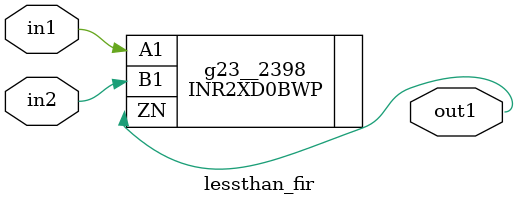
<source format=v>


// Verification Directory fv/lessthan_fir 

module lessthan_fir(in2, in1, out1);
  input [0:0] in2, in1;
  output out1;
  wire [0:0] in2, in1;
  wire out1;
  INR2XD0BWP g23__2398(.A1 (in1), .B1 (in2), .ZN (out1));
endmodule


</source>
